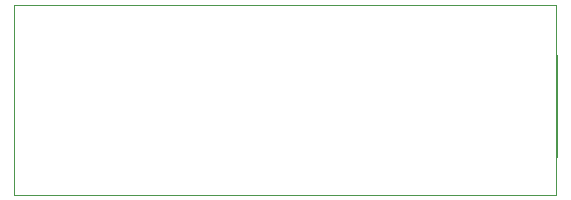
<source format=gbr>
%TF.GenerationSoftware,KiCad,Pcbnew,8.0.6-8.0.6-0~ubuntu24.04.1*%
%TF.CreationDate,2024-10-27T12:08:22+01:00*%
%TF.ProjectId,LoRa,4c6f5261-2e6b-4696-9361-645f70636258,rev?*%
%TF.SameCoordinates,Original*%
%TF.FileFunction,Profile,NP*%
%FSLAX46Y46*%
G04 Gerber Fmt 4.6, Leading zero omitted, Abs format (unit mm)*
G04 Created by KiCad (PCBNEW 8.0.6-8.0.6-0~ubuntu24.04.1) date 2024-10-27 12:08:22*
%MOMM*%
%LPD*%
G01*
G04 APERTURE LIST*
%TA.AperFunction,Profile*%
%ADD10C,0.050000*%
%TD*%
%TA.AperFunction,Profile*%
%ADD11C,0.100000*%
%TD*%
G04 APERTURE END LIST*
D10*
X96700000Y-69250000D02*
X142600000Y-69250000D01*
X142600000Y-85350000D01*
X96700000Y-85350000D01*
X96700000Y-69250000D01*
D11*
%TO.C,J6*%
X142700000Y-82100000D02*
X142700000Y-73500000D01*
%TD*%
M02*

</source>
